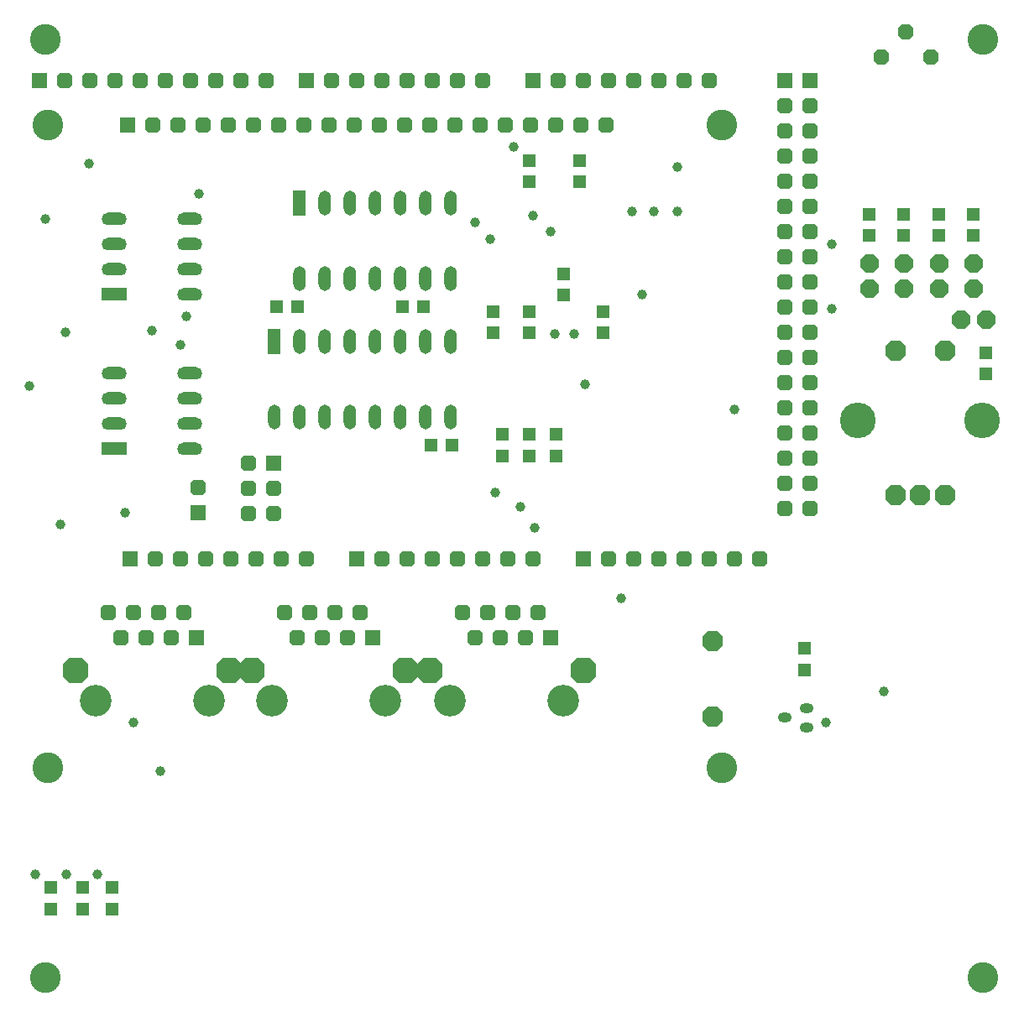
<source format=gbs>
%FSLAX35Y35*%
%MOIN*%
%IN4=Loetstoppmaskeunten(X.GBS)*%
%ADD10C,0.00591*%
%ADD11C,0.00614*%
%ADD12C,0.00768*%
%ADD13C,0.00787*%
%ADD14C,0.01024*%
%ADD15C,0.01181*%
%ADD16C,0.01280*%
%ADD17C,0.01535*%
%ADD18C,0.01575*%
%ADD19C,0.01969*%
%ADD20C,0.02362*%
%ADD21C,0.02795*%
%ADD22C,0.03937*%
%ADD23C,0.12205*%
%ADD24C,0.12598*%
%ADD25C,0.13780*%
%ADD26C,0.14173*%
%AMR_27*21,1,0.01181,0.01181,0,0,0.000*%
%ADD27R_27*%
%AMR_28*21,1,0.01250,0.01250,0,0,0.000*%
%ADD28R_28*%
%AMR_29*21,1,0.01280,0.01280,0,0,0.000*%
%ADD29R_29*%
%AMR_30*21,1,0.01476,0.01476,0,0,0.000*%
%ADD30R_30*%
%AMR_31*21,1,0.01575,0.01575,0,0,0.000*%
%ADD31R_31*%
%AMR_32*21,1,0.01772,0.01772,0,0,0.000*%
%ADD32R_32*%
%AMR_33*21,1,0.01969,0.01969,0,0,0.000*%
%ADD33R_33*%
%AMR_34*21,1,0.04587,0.05433,0,0,90.000*%
%ADD34R_34*%
%AMR_35*21,1,0.05000,0.05000,0,0,0.000*%
%ADD35R_35*%
%AMR_36*21,1,0.05000,0.05000,0,0,90.000*%
%ADD36R_36*%
%AMR_37*21,1,0.05000,0.05000,0,0,180.000*%
%ADD37R_37*%
%AMR_38*21,1,0.05000,0.05000,0,0,270.000*%
%ADD38R_38*%
%AMR_39*21,1,0.05000,0.09843,0,0,0.000*%
%ADD39R_39*%
%AMR_40*21,1,0.05000,0.10000,0,0,90.000*%
%ADD40R_40*%
%AMR_41*21,1,0.12205,0.05118,0,0,90.000*%
%ADD41R_41*%
%AMR_42*21,1,0.12205,0.05118,0,0,180.000*%
%ADD42R_42*%
%AMR_43*21,1,0.19685,0.19685,0,0,0.000*%
%ADD43R_43*%
%AMOCT_44*4,1,8,0.029528,0.014764,0.014764,0.029528,-0.014764,0.029528,-0.029528,0.014764,-0.029528,-0.014764,-0.014764,-0.029528,0.014764,-0.029528,0.029528,-0.014764,0.029528,0.014764,0.000*%
%ADD44OCT_44*%
%AMOCT_45*4,1,8,0.031496,0.015748,0.015748,0.031496,-0.015748,0.031496,-0.031496,0.015748,-0.031496,-0.015748,-0.015748,-0.031496,0.015748,-0.031496,0.031496,-0.015748,0.031496,0.015748,-0.000*%
%ADD45OCT_45*%
%AMOCT_46*4,1,8,0.031496,0.015748,0.015748,0.031496,-0.015748,0.031496,-0.031496,0.015748,-0.031496,-0.015748,-0.015748,-0.031496,0.015748,-0.031496,0.031496,-0.015748,0.031496,0.015748,90.000*%
%ADD46OCT_46*%
%AMOCT_47*4,1,8,0.031496,0.015748,0.015748,0.031496,-0.015748,0.031496,-0.031496,0.015748,-0.031496,-0.015748,-0.015748,-0.031496,0.015748,-0.031496,0.031496,-0.015748,0.031496,0.015748,180.000*%
%ADD47OCT_47*%
%AMOCT_48*4,1,8,0.031496,0.015748,0.015748,0.031496,-0.015748,0.031496,-0.031496,0.015748,-0.031496,-0.015748,-0.015748,-0.031496,0.015748,-0.031496,0.031496,-0.015748,0.031496,0.015748,270.000*%
%ADD48OCT_48*%
%AMOCT_49*4,1,8,0.035433,0.017717,0.017717,0.035433,-0.017717,0.035433,-0.035433,0.017717,-0.035433,-0.017717,-0.017717,-0.035433,0.017717,-0.035433,0.035433,-0.017717,0.035433,0.017717,180.000*%
%ADD49OCT_49*%
%AMOCT_50*4,1,8,0.035433,0.017717,0.017717,0.035433,-0.017717,0.035433,-0.035433,0.017717,-0.035433,-0.017717,-0.017717,-0.035433,0.017717,-0.035433,0.035433,-0.017717,0.035433,0.017717,270.000*%
%ADD50OCT_50*%
%AMOCT_51*4,1,8,0.039370,0.019685,0.019685,0.039370,-0.019685,0.039370,-0.039370,0.019685,-0.039370,-0.019685,-0.019685,-0.039370,0.019685,-0.039370,0.039370,-0.019685,0.039370,0.019685,0.000*%
%ADD51OCT_51*%
%AMOCT_52*4,1,8,0.039370,0.019685,0.019685,0.039370,-0.019685,0.039370,-0.039370,0.019685,-0.039370,-0.019685,-0.019685,-0.039370,0.019685,-0.039370,0.039370,-0.019685,0.039370,0.019685,270.000*%
%ADD52OCT_52*%
%AMOCT_53*4,1,8,0.049213,0.024606,0.024606,0.049213,-0.024606,0.049213,-0.049213,0.024606,-0.049213,-0.024606,-0.024606,-0.049213,0.024606,-0.049213,0.049213,-0.024606,0.049213,0.024606,180.000*%
%ADD53OCT_53*%
%AMO_54*20,1,0.03937,-0.00787,0.00000,0.00787,0.00000,0*1,1,0.03937,-0.00787,0.00000*1,1,0.03937,0.00787,0.00000*%
%ADD54O_54*%
%AMO_55*20,1,0.05000,0.00000,-0.02421,0.00000,0.02421,0*1,1,0.05000,0.00000,-0.02421*1,1,0.05000,0.00000,0.02421*%
%ADD55O_55*%
%AMO_56*20,1,0.05000,0.02500,0.00000,-0.02500,0.00000,0*1,1,0.05000,0.02500,0.00000*1,1,0.05000,-0.02500,0.00000*%
%ADD56O_56*%
%AMRR_57*21,1,0.06299,0.05039,0,0,-0.000*21,1,0.05039,0.06299,0,0,-0.000*1,1,0.01260,0.02520,0.02520*1,1,0.01260,-0.02520,-0.02520*1,1,0.01260,0.02520,-0.02520*1,1,0.01260,-0.02520,0.02520*%
%ADD57RR_57*%
%AMRR_58*21,1,0.06299,0.05039,0,0,90.000*21,1,0.05039,0.06299,0,0,90.000*1,1,0.01260,-0.02520,0.02520*1,1,0.01260,0.02520,-0.02520*1,1,0.01260,0.02520,0.02520*1,1,0.01260,-0.02520,-0.02520*%
%ADD58RR_58*%
%AMRR_59*21,1,0.06299,0.05039,0,0,180.000*21,1,0.05039,0.06299,0,0,180.000*1,1,0.01260,-0.02520,-0.02520*1,1,0.01260,0.02520,0.02520*1,1,0.01260,-0.02520,0.02520*1,1,0.01260,0.02520,-0.02520*%
%ADD59RR_59*%
%AMRR_60*21,1,0.06299,0.05039,0,0,270.000*21,1,0.05039,0.06299,0,0,270.000*1,1,0.01260,0.02520,-0.02520*1,1,0.01260,-0.02520,0.02520*1,1,0.01260,-0.02520,-0.02520*1,1,0.01260,0.02520,0.02520*%
%ADD60RR_60*%
G54D22*
X196850Y340600D03*
X56299Y92401D03*
X343725Y124350D03*
X320600Y111850D03*
X247650Y281850D03*
X71850Y321850D03*
X10600Y311850D03*
X18725Y266850D03*
X220590Y266225D03*
X213100Y266225D03*
X66850Y273100D03*
X261850Y332475D03*
X261537Y314975D03*
X4350Y245600D03*
X16850Y190600D03*
X45600Y111850D03*
X42475Y195287D03*
X6825Y51675D03*
X19109Y51397D03*
X31338Y51397D03*
X28100Y334037D03*
X284350Y236225D03*
X323100Y301850D03*
X323100Y276225D03*
X239350Y161225D03*
X187475Y303725D03*
X211225Y306850D03*
X252475Y314975D03*
X204975Y189350D03*
X199350Y197475D03*
X189350Y203100D03*
X224975Y246225D03*
X181225Y310600D03*
X204350Y313100D03*
X243725Y314975D03*
X64350Y261850D03*
X53100Y267475D03*
G54D23*
X11742Y93759D03*
X11742Y349350D03*
X279458Y93759D03*
X383100Y10600D03*
X10600Y10600D03*
X10600Y383100D03*
X383100Y383100D03*
X279458Y349350D03*
G54D24*
X145600Y120600D03*
X100600Y120600D03*
X75600Y120600D03*
X30600Y120600D03*
X216225Y120600D03*
X171225Y120600D03*
G54D26*
X333494Y231850D03*
X382706Y231850D03*
G54D36*
X338100Y313550D03*
X338100Y305150D03*
X351850Y313550D03*
X351850Y305150D03*
X365600Y313550D03*
X365600Y305150D03*
X379350Y313550D03*
X379350Y305150D03*
X188725Y274800D03*
X188725Y266400D03*
X192475Y226050D03*
X192475Y217650D03*
X203100Y226050D03*
X203100Y217650D03*
X213725Y226050D03*
X213725Y217650D03*
G54D37*
X152650Y276850D03*
X161050Y276850D03*
X163900Y221850D03*
X172300Y221850D03*
X102650Y276850D03*
X111050Y276850D03*
G54D38*
X223100Y326400D03*
X223100Y334800D03*
X203100Y326400D03*
X203100Y334800D03*
X384350Y250150D03*
X384350Y258550D03*
X37475Y37650D03*
X37475Y46050D03*
X25600Y37650D03*
X25600Y46050D03*
X13100Y37650D03*
X13100Y46050D03*
X312475Y132650D03*
X312475Y141050D03*
X216850Y281400D03*
X216850Y289800D03*
X203100Y266400D03*
X203100Y274800D03*
X232475Y266400D03*
X232475Y274800D03*
G54D39*
X101850Y263100D03*
X111850Y318100D03*
G54D40*
X38100Y220600D03*
X38100Y281850D03*
G54D44*
X342632Y376225D03*
X352475Y386225D03*
X362317Y376225D03*
G54D45*
X18350Y366850D03*
X28350Y366850D03*
X38350Y366850D03*
X48350Y366850D03*
X58350Y366850D03*
X68350Y366850D03*
X78350Y366850D03*
X88350Y366850D03*
X98350Y366850D03*
X54350Y176850D03*
X64350Y176850D03*
X74350Y176850D03*
X84350Y176850D03*
X94350Y176850D03*
X104350Y176850D03*
X114350Y176850D03*
X144350Y176850D03*
X154350Y176850D03*
X164350Y176850D03*
X174350Y176850D03*
X184350Y176850D03*
X194350Y176850D03*
X204350Y176850D03*
X234350Y176850D03*
X244350Y176850D03*
X254350Y176850D03*
X264350Y176850D03*
X274350Y176850D03*
X284350Y176850D03*
X294350Y176850D03*
X214350Y366850D03*
X224350Y366850D03*
X234350Y366850D03*
X244350Y366850D03*
X254350Y366850D03*
X264350Y366850D03*
X274350Y366850D03*
X124350Y366850D03*
X134350Y366850D03*
X144350Y366850D03*
X154350Y366850D03*
X164350Y366850D03*
X174350Y366850D03*
X184350Y366850D03*
X53346Y349350D03*
X63346Y349350D03*
X73346Y349350D03*
X83346Y349350D03*
X93346Y349350D03*
X103346Y349350D03*
X113346Y349350D03*
X123346Y349350D03*
X133346Y349350D03*
X143346Y349350D03*
X153346Y349350D03*
X163346Y349350D03*
X173346Y349350D03*
X183346Y349350D03*
X193346Y349350D03*
X203346Y349350D03*
X213346Y349350D03*
X223346Y349350D03*
X233346Y349350D03*
G54D46*
X71225Y205287D03*
G54D47*
X135600Y155600D03*
X130600Y145600D03*
X125600Y155600D03*
X120600Y145600D03*
X115600Y155600D03*
X110600Y145600D03*
X105600Y155600D03*
X65600Y155600D03*
X60600Y145600D03*
X55600Y155600D03*
X50600Y145600D03*
X45600Y155600D03*
X40600Y145600D03*
X35600Y155600D03*
X206225Y155600D03*
X201225Y145600D03*
X196225Y155600D03*
X191225Y145600D03*
X186225Y155600D03*
X181225Y145600D03*
X176225Y155600D03*
G54D48*
X304350Y356850D03*
X304350Y346850D03*
X304350Y336850D03*
X304350Y326850D03*
X304350Y316850D03*
X304350Y306850D03*
X304350Y296850D03*
X304350Y286850D03*
X304350Y276850D03*
X304350Y266850D03*
X304350Y256850D03*
X304350Y246850D03*
X304350Y236850D03*
X304350Y226850D03*
X304350Y216850D03*
X304350Y206850D03*
X304350Y196850D03*
X314350Y356850D03*
X314350Y346850D03*
X314350Y336850D03*
X314350Y326850D03*
X314350Y316850D03*
X314350Y306850D03*
X314350Y296850D03*
X314350Y286850D03*
X314350Y276850D03*
X314350Y266850D03*
X314350Y256850D03*
X314350Y246850D03*
X314350Y236850D03*
X314350Y226850D03*
X314350Y216850D03*
X314350Y206850D03*
X314350Y196850D03*
X91225Y214975D03*
X101225Y204975D03*
X91225Y204975D03*
X101225Y194975D03*
X91225Y194975D03*
G54D49*
X384350Y271850D03*
X374350Y271850D03*
G54D50*
X338100Y294350D03*
X338100Y284350D03*
X351850Y294350D03*
X351850Y284350D03*
X365600Y294350D03*
X365600Y284350D03*
X379350Y294350D03*
X379350Y284350D03*
G54D51*
X348257Y202322D03*
X358100Y202322D03*
X367942Y202322D03*
X348257Y259409D03*
X367942Y259409D03*
G54D52*
X275600Y144350D03*
X275600Y114350D03*
G54D53*
X92588Y132608D03*
X153612Y132608D03*
X22588Y132608D03*
X83612Y132608D03*
X163213Y132608D03*
X224237Y132608D03*
G54D54*
X313056Y117465D03*
X313056Y109985D03*
X304394Y113725D03*
G54D55*
X111850Y263100D03*
X121850Y263100D03*
X131850Y263100D03*
X141850Y263100D03*
X151850Y263100D03*
X161850Y263100D03*
X171850Y263100D03*
X171850Y233100D03*
X161850Y233100D03*
X151850Y233100D03*
X141850Y233100D03*
X131850Y233100D03*
X121850Y233100D03*
X111850Y233100D03*
X101850Y233100D03*
X121850Y318100D03*
X131850Y318100D03*
X141850Y318100D03*
X151850Y318100D03*
X161850Y318100D03*
X171850Y318100D03*
X171850Y288100D03*
X161850Y288100D03*
X151850Y288100D03*
X141850Y288100D03*
X131850Y288100D03*
X121850Y288100D03*
X111850Y288100D03*
G54D56*
X38100Y230600D03*
X38100Y240600D03*
X38100Y250600D03*
X68100Y250600D03*
X68100Y240600D03*
X68100Y230600D03*
X68100Y220600D03*
X38100Y291850D03*
X38100Y301850D03*
X38100Y311850D03*
X68100Y311850D03*
X68100Y301850D03*
X68100Y291850D03*
X68100Y281850D03*
G54D57*
X8350Y366850D03*
X44350Y176850D03*
X134350Y176850D03*
X224350Y176850D03*
X204350Y366850D03*
X114350Y366850D03*
X43346Y349350D03*
G54D58*
X71225Y195287D03*
G54D59*
X140600Y145600D03*
X70600Y145600D03*
X211225Y145600D03*
G54D60*
X304350Y366850D03*
X314350Y366850D03*
X101225Y214975D03*
M02*

</source>
